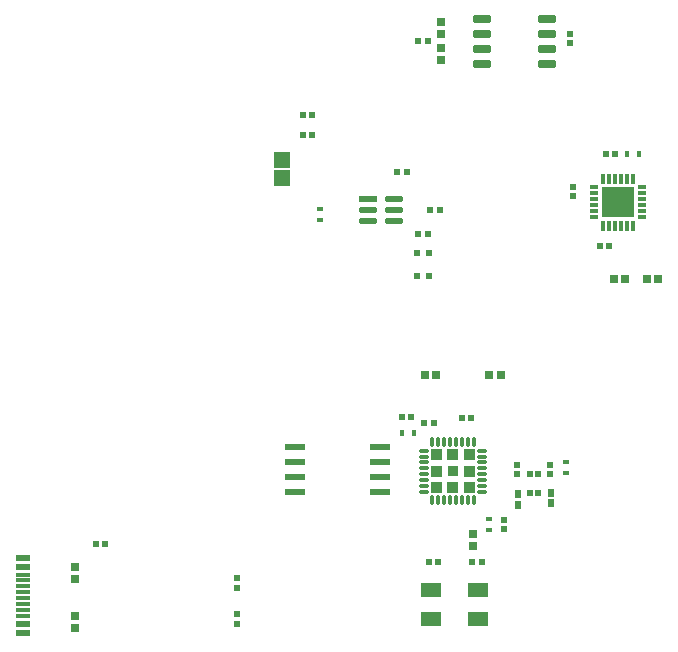
<source format=gtp>
%FSTAX23Y23*%
%MOIN*%
%SFA1B1*%

%IPPOS*%
%AMD13*
4,1,8,0.028500,-0.009800,0.028500,0.009800,0.026500,0.011800,-0.026500,0.011800,-0.028500,0.009800,-0.028500,-0.009800,-0.026500,-0.011800,0.026500,-0.011800,0.028500,-0.009800,0.0*
1,1,0.004016,0.026500,-0.009800*
1,1,0.004016,0.026500,0.009800*
1,1,0.004016,-0.026500,0.009800*
1,1,0.004016,-0.026500,-0.009800*
%
%AMD20*
4,1,8,0.028800,0.011400,-0.028800,0.011400,-0.031700,0.008600,-0.031700,-0.008600,-0.028800,-0.011400,0.028800,-0.011400,0.031700,-0.008600,0.031700,0.008600,0.028800,0.011400,0.0*
1,1,0.005709,0.028800,0.008600*
1,1,0.005709,-0.028800,0.008600*
1,1,0.005709,-0.028800,-0.008600*
1,1,0.005709,0.028800,-0.008600*
%
%AMD25*
4,1,8,-0.014600,-0.005300,0.014600,-0.005300,0.015900,-0.004000,0.015900,0.004000,0.014600,0.005300,-0.014600,0.005300,-0.015900,0.004000,-0.015900,-0.004000,-0.014600,-0.005300,0.0*
1,1,0.002657,-0.014600,-0.004000*
1,1,0.002657,0.014600,-0.004000*
1,1,0.002657,0.014600,0.004000*
1,1,0.002657,-0.014600,0.004000*
%
%AMD26*
4,1,8,-0.004000,-0.015900,0.004000,-0.015900,0.005300,-0.014600,0.005300,0.014600,0.004000,0.015900,-0.004000,0.015900,-0.005300,0.014600,-0.005300,-0.014600,-0.004000,-0.015900,0.0*
1,1,0.002657,-0.004000,-0.014600*
1,1,0.002657,0.004000,-0.014600*
1,1,0.002657,0.004000,0.014600*
1,1,0.002657,-0.004000,0.014600*
%
%AMD43*
4,1,8,0.019300,0.011300,-0.019300,0.011300,-0.030600,0.000000,-0.030600,0.000000,-0.019300,-0.011300,0.019300,-0.011300,0.030600,0.000000,0.030600,0.000000,0.019300,0.011300,0.0*
1,1,0.022524,0.019300,0.000000*
1,1,0.022524,-0.019300,0.000000*
1,1,0.022524,-0.019300,0.000000*
1,1,0.022524,0.019300,0.000000*
%
%ADD12R,0.026306X0.026476*%
G04~CAMADD=13~8~0.0~0.0~236.2~570.9~20.1~0.0~15~0.0~0.0~0.0~0.0~0~0.0~0.0~0.0~0.0~0~0.0~0.0~0.0~270.0~570.0~236.0*
%ADD13D13*%
%ADD14R,0.021260X0.022835*%
%ADD15R,0.025591X0.025591*%
%ADD16R,0.020472X0.020472*%
%ADD17R,0.024409X0.025984*%
%ADD18R,0.020289X0.018601*%
%ADD19R,0.017716X0.023622*%
G04~CAMADD=20~8~0.0~0.0~633.9~228.3~28.5~0.0~15~0.0~0.0~0.0~0.0~0~0.0~0.0~0.0~0.0~0~0.0~0.0~0.0~0.0~633.9~228.3*
%ADD20D20*%
%ADD21R,0.023622X0.021654*%
%ADD22R,0.021654X0.023622*%
%ADD23R,0.070866X0.047244*%
G04~CAMADD=25~8~0.0~0.0~318.9~106.3~13.3~0.0~15~0.0~0.0~0.0~0.0~0~0.0~0.0~0.0~0.0~0~0.0~0.0~0.0~180.0~318.0~106.0*
%ADD25D25*%
G04~CAMADD=26~8~0.0~0.0~106.3~318.9~13.3~0.0~15~0.0~0.0~0.0~0.0~0~0.0~0.0~0.0~0.0~0~0.0~0.0~0.0~180.0~106.0~318.0*
%ADD26D26*%
%ADD27R,0.026476X0.026306*%
%ADD28R,0.057331X0.053324*%
%ADD29R,0.045275X0.011811*%
%ADD30R,0.045275X0.023622*%
%ADD38R,0.106299X0.102362*%
%ADD39R,0.031496X0.013780*%
%ADD40R,0.013780X0.033465*%
%ADD41R,0.022835X0.021260*%
%ADD42R,0.022047X0.020472*%
G04~CAMADD=43~8~0.0~0.0~612.0~225.2~112.6~0.0~15~0.0~0.0~0.0~0.0~0~0.0~0.0~0.0~0.0~0~0.0~0.0~0.0~0.0~612.0~225.2*
%ADD43D43*%
%ADD44R,0.061196X0.022525*%
%ADD45R,0.018432X0.018601*%
%ADD46R,0.023622X0.017716*%
%ADD47R,0.018701X0.019685*%
%ADD48R,0.023622X0.019685*%
%ADD94R,0.035433X0.035433*%
%LNpcb-1*%
%LPD*%
G36*
X01832Y00675D02*
X01796D01*
Y00711*
X01832*
Y00675*
G37*
G36*
X01777D02*
X01741D01*
Y00711*
X01777*
Y00675*
G37*
G36*
X01722D02*
X01686D01*
Y00711*
X01722*
Y00675*
G37*
G36*
X01832Y0062D02*
X01796D01*
Y00656*
X01832*
Y0062*
G37*
G36*
X01722D02*
X01686D01*
Y00656*
X01722*
Y0062*
G37*
G36*
X01832Y00565D02*
X01796D01*
Y00601*
X01832*
Y00565*
G37*
G36*
X01777D02*
X01741D01*
Y00601*
X01777*
Y00565*
G37*
G36*
X01722D02*
X01686D01*
Y00601*
X01722*
Y00565*
G37*
G54D12*
X0188Y0096D03*
X01919D03*
X02295Y0128D03*
X02334D03*
X02444D03*
X02405D03*
X01665Y0096D03*
X01704D03*
G54D13*
X01857Y02145D03*
Y02095D03*
Y02045D03*
Y01995D03*
X02072Y02145D03*
Y02095D03*
Y02045D03*
Y01995D03*
G54D14*
X0215Y02064D03*
Y02095D03*
X0193Y00475D03*
Y00444D03*
X0216Y01554D03*
Y01585D03*
X02084Y00629D03*
Y0066D03*
X01974D03*
Y00629D03*
G54D15*
X0172Y02134D03*
Y02095D03*
Y02049D03*
Y0201D03*
X01825Y0039D03*
Y0043D03*
G54D16*
X01644Y02073D03*
X01675D03*
G54D17*
X01975Y00527D03*
Y00562D03*
X02085Y00567D03*
Y00532D03*
G54D18*
X02044Y00565D03*
X02015D03*
X01289Y01825D03*
X0126D03*
X01289Y0176D03*
X0126D03*
X02044Y0063D03*
X02015D03*
G54D19*
X01628Y00765D03*
X01591D03*
X02378Y01695D03*
X02341D03*
G54D20*
X01232Y00719D03*
Y00669D03*
Y00619D03*
Y00569D03*
X01516D03*
Y00619D03*
Y00669D03*
Y00719D03*
G54D21*
X0104Y00248D03*
Y00281D03*
Y00161D03*
Y00128D03*
G54D22*
X00568Y00395D03*
X00601D03*
G54D23*
X01843Y00147D03*
X01686D03*
Y00242D03*
X01843D03*
G54D25*
X01663Y00569D03*
Y00589D03*
Y00609D03*
Y00628D03*
Y00648D03*
Y00668D03*
Y00687D03*
Y00707D03*
X01855D03*
Y00687D03*
Y00668D03*
Y00648D03*
Y00628D03*
Y00609D03*
Y00589D03*
Y00569D03*
G54D26*
X01828Y00542D03*
X01808D03*
X01789D03*
X01769D03*
X01749D03*
X0173D03*
X0171D03*
X0169D03*
Y00735D03*
X0171D03*
X0173D03*
X01749D03*
X01769D03*
X01789D03*
X01808D03*
X01828D03*
G54D27*
X005Y00115D03*
Y00154D03*
Y0028D03*
Y00319D03*
G54D28*
X0119Y01675D03*
Y01614D03*
G54D29*
X00326Y00293D03*
Y00274D03*
Y00254D03*
Y00234D03*
Y00215D03*
Y00195D03*
Y00175D03*
Y00156D03*
G54D30*
X00326Y00319D03*
Y0013D03*
Y0035D03*
Y00099D03*
G54D38*
X0231Y01535D03*
G54D39*
X02231Y01584D03*
Y01564D03*
Y01544D03*
Y01525D03*
Y01505D03*
Y01485D03*
X02388Y01584D03*
Y01564D03*
Y01544D03*
Y01525D03*
Y01505D03*
Y01485D03*
G54D40*
X0226Y01457D03*
X0228D03*
X023D03*
X02319D03*
X02339D03*
X02359D03*
X0226Y01612D03*
X0228D03*
X023D03*
X02319D03*
X02339D03*
X02359D03*
G54D41*
X02249Y0139D03*
X0228D03*
X02269Y01695D03*
X023D03*
X01589Y0082D03*
X0162D03*
X01789Y00815D03*
X0182D03*
X01605Y01635D03*
X01574D03*
X01695Y008D03*
X01664D03*
G54D42*
X01824Y00335D03*
X01855D03*
X0171D03*
X01679D03*
G54D43*
X01563Y01547D03*
Y0151D03*
Y01472D03*
X01476D03*
Y0151D03*
G54D44*
X01476Y01547D03*
G54D45*
X01684Y0151D03*
X01715D03*
X01675Y0143D03*
X01644D03*
G54D46*
X01317Y01513D03*
Y01476D03*
X0188Y00441D03*
Y00478D03*
X02135Y00668D03*
Y00631D03*
G54D47*
X01639Y0129D03*
X0168D03*
G54D48*
X01681Y01365D03*
X01638D03*
G54D94*
X01759Y00638D03*
M02*
</source>
